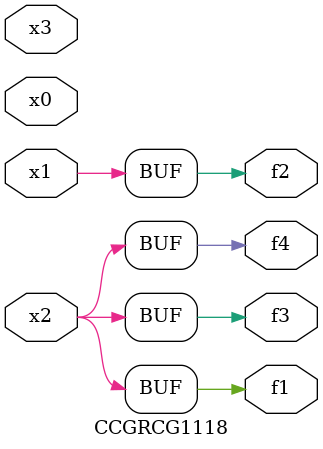
<source format=v>
module CCGRCG1118(
	input x0, x1, x2, x3,
	output f1, f2, f3, f4
);
	assign f1 = x2;
	assign f2 = x1;
	assign f3 = x2;
	assign f4 = x2;
endmodule

</source>
